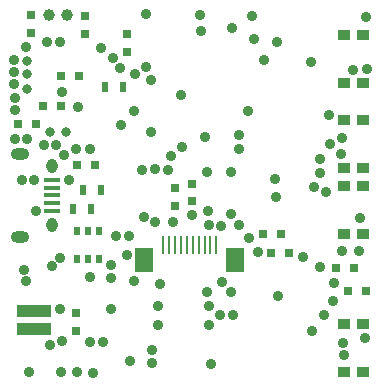
<source format=gbr>
G04 #@! TF.FileFunction,Soldermask,Bot*
%FSLAX46Y46*%
G04 Gerber Fmt 4.6, Leading zero omitted, Abs format (unit mm)*
G04 Created by KiCad (PCBNEW (2015-01-16 BZR 5376)-product) date 07/04/2015 12:08:15*
%MOMM*%
G01*
G04 APERTURE LIST*
%ADD10C,0.100000*%
%ADD11R,1.350000X0.400000*%
%ADD12O,0.950000X1.250000*%
%ADD13O,1.550000X1.000000*%
%ADD14R,0.750000X0.800000*%
%ADD15R,0.800000X0.750000*%
%ADD16R,0.250000X1.600000*%
%ADD17R,1.500000X2.000000*%
%ADD18R,0.500000X0.900000*%
%ADD19R,0.550000X0.800000*%
%ADD20C,1.000760*%
%ADD21C,0.800000*%
%ADD22R,3.000000X1.000000*%
%ADD23R,1.000000X0.900000*%
%ADD24C,0.889000*%
G04 APERTURE END LIST*
D10*
D11*
X74200000Y-37800000D03*
X74200000Y-37150000D03*
X74200000Y-36500000D03*
X74200000Y-35850000D03*
X74200000Y-35200000D03*
D12*
X74200000Y-39000000D03*
X74200000Y-34000000D03*
D13*
X71500000Y-40000000D03*
X71500000Y-33000000D03*
D14*
X76200000Y-47950000D03*
X76200000Y-46450000D03*
X86075000Y-37000000D03*
X86075000Y-35500000D03*
X84575000Y-37375000D03*
X84575000Y-35875000D03*
D15*
X77800000Y-33950000D03*
X76300000Y-33950000D03*
X74950000Y-26350000D03*
X76450000Y-26350000D03*
D14*
X80550000Y-24350000D03*
X80550000Y-22850000D03*
D15*
X71300000Y-30450000D03*
X72800000Y-30450000D03*
X73450000Y-28950000D03*
X74950000Y-28950000D03*
D14*
X72400000Y-21250000D03*
X72400000Y-22750000D03*
X76950000Y-21300000D03*
X76950000Y-22800000D03*
D15*
X94225000Y-41375000D03*
X92725000Y-41375000D03*
X92050000Y-39750000D03*
X93550000Y-39750000D03*
X100750000Y-44550000D03*
X99250000Y-44550000D03*
X98250000Y-42650000D03*
X99750000Y-42650000D03*
D16*
X88100000Y-40700000D03*
X87600000Y-40700000D03*
X87100000Y-40700000D03*
X86600000Y-40700000D03*
X86100000Y-40700000D03*
X85600000Y-40700000D03*
X85100000Y-40700000D03*
X84600000Y-40700000D03*
X84100000Y-40700000D03*
X83600000Y-40700000D03*
D17*
X89700000Y-42000000D03*
X82000000Y-42000000D03*
D18*
X78300000Y-36025000D03*
X76800000Y-36025000D03*
X77450000Y-37675000D03*
X75950000Y-37675000D03*
X78700000Y-27300000D03*
X80200000Y-27300000D03*
D19*
X78175000Y-41875000D03*
X77225000Y-41875000D03*
X76275000Y-41875000D03*
X78175000Y-39475000D03*
X77225000Y-39475000D03*
X76275000Y-39475000D03*
D20*
X73950700Y-21250000D03*
X75449300Y-21250000D03*
D21*
X72100000Y-27450000D03*
X72050000Y-25100000D03*
X72100000Y-26250000D03*
X74050000Y-31150000D03*
X75350000Y-31150000D03*
D22*
X72700000Y-47825000D03*
X72700000Y-46325000D03*
D23*
X100500000Y-51450000D03*
X100500000Y-47350000D03*
X98900000Y-51450000D03*
X98900000Y-47350000D03*
X100500000Y-39800000D03*
X100500000Y-35700000D03*
X98900000Y-39800000D03*
X98900000Y-35700000D03*
X98900000Y-30100000D03*
X98900000Y-34200000D03*
X100500000Y-30100000D03*
X100500000Y-34200000D03*
X98950000Y-22900000D03*
X98950000Y-27000000D03*
X100550000Y-22900000D03*
X100550000Y-27000000D03*
D24*
X74025000Y-49125000D03*
X97400000Y-36250000D03*
X74175000Y-42450000D03*
X74900000Y-41825000D03*
X75050000Y-48800000D03*
X100700000Y-48600000D03*
X98650000Y-33000000D03*
X78350000Y-24000000D03*
X76350000Y-29050000D03*
X72100000Y-31750000D03*
X75200000Y-33100000D03*
X82150000Y-21150000D03*
X87500000Y-47450000D03*
X87500000Y-45900000D03*
X93300000Y-45050000D03*
X98900000Y-50000000D03*
X96900000Y-42600000D03*
X87100000Y-31550000D03*
X86800000Y-22550000D03*
X92150000Y-25050000D03*
X91150000Y-21300000D03*
X89350000Y-34550000D03*
X75050000Y-27750000D03*
X71950000Y-23900000D03*
X72275000Y-51475000D03*
X74850000Y-46125000D03*
X71625000Y-35200000D03*
X72700000Y-35200000D03*
X100200000Y-41200000D03*
X91600000Y-41300000D03*
X87300000Y-34550000D03*
X87650000Y-50750000D03*
X79225000Y-46150000D03*
X96150000Y-25200000D03*
X96850000Y-33450000D03*
X99700000Y-25900000D03*
X98800000Y-49000000D03*
X75625000Y-35200000D03*
X79625000Y-39975000D03*
X97650000Y-29650000D03*
X89450000Y-22350000D03*
X96400000Y-35800000D03*
X80800000Y-50500000D03*
X100750000Y-21350000D03*
X72800000Y-37825000D03*
X77400000Y-43425000D03*
X96200000Y-48000000D03*
X97200000Y-46600000D03*
X71800000Y-42825000D03*
X72025000Y-43775000D03*
X83200000Y-45900000D03*
X85100000Y-28000000D03*
X100900000Y-25800000D03*
X100300000Y-38400000D03*
X84400000Y-38775000D03*
X93200000Y-23550000D03*
X86750000Y-21200000D03*
X98750000Y-31650000D03*
X83200000Y-47450000D03*
X77400000Y-32550000D03*
X76200000Y-32550000D03*
X71050000Y-31750000D03*
X79350000Y-24850000D03*
X95400000Y-41700000D03*
X98700000Y-41200000D03*
X90900000Y-40125000D03*
X82150000Y-25600000D03*
X86000000Y-38150000D03*
X71050000Y-28250000D03*
X71050000Y-29300000D03*
X73800000Y-23550000D03*
X74900000Y-23500000D03*
X98000000Y-45400000D03*
X98075000Y-43925000D03*
X88500000Y-39125000D03*
X87350000Y-44700000D03*
X89350000Y-44700000D03*
X87450000Y-38975000D03*
X87375000Y-37825000D03*
X82875000Y-38750000D03*
X81950000Y-38300000D03*
X97750000Y-32150000D03*
X96850000Y-34600000D03*
X82600000Y-31150000D03*
X82550000Y-26700000D03*
X80000000Y-30550000D03*
X79950000Y-25750000D03*
X82900000Y-34300000D03*
X80550000Y-41500000D03*
X76300000Y-51450000D03*
X80700000Y-39950000D03*
X81775000Y-34350000D03*
X74925000Y-51450000D03*
X77375000Y-48875000D03*
X82625000Y-49575000D03*
X88400000Y-46625000D03*
X89325000Y-38075000D03*
X81150000Y-43750000D03*
X77625000Y-51575000D03*
X84000000Y-34325000D03*
X90800000Y-29350000D03*
X91250000Y-23250000D03*
X81100000Y-29350000D03*
X81200000Y-26250000D03*
X71000000Y-27100000D03*
X71000000Y-25000000D03*
X71000000Y-26050000D03*
X73500000Y-32200000D03*
X74550000Y-32250000D03*
X88600000Y-43800000D03*
X83300000Y-44000000D03*
X89550000Y-46625000D03*
X82650000Y-50700000D03*
X78475000Y-48875000D03*
X90050000Y-38975000D03*
X79200000Y-42400000D03*
X84300000Y-33200000D03*
X79200000Y-43500000D03*
X85200000Y-32400000D03*
X90000000Y-31350000D03*
X90000000Y-32550000D03*
X93100000Y-35100000D03*
X93150000Y-36600000D03*
M02*

</source>
